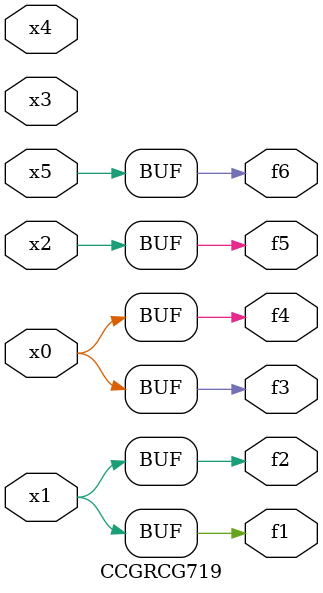
<source format=v>
module CCGRCG719(
	input x0, x1, x2, x3, x4, x5,
	output f1, f2, f3, f4, f5, f6
);
	assign f1 = x1;
	assign f2 = x1;
	assign f3 = x0;
	assign f4 = x0;
	assign f5 = x2;
	assign f6 = x5;
endmodule

</source>
